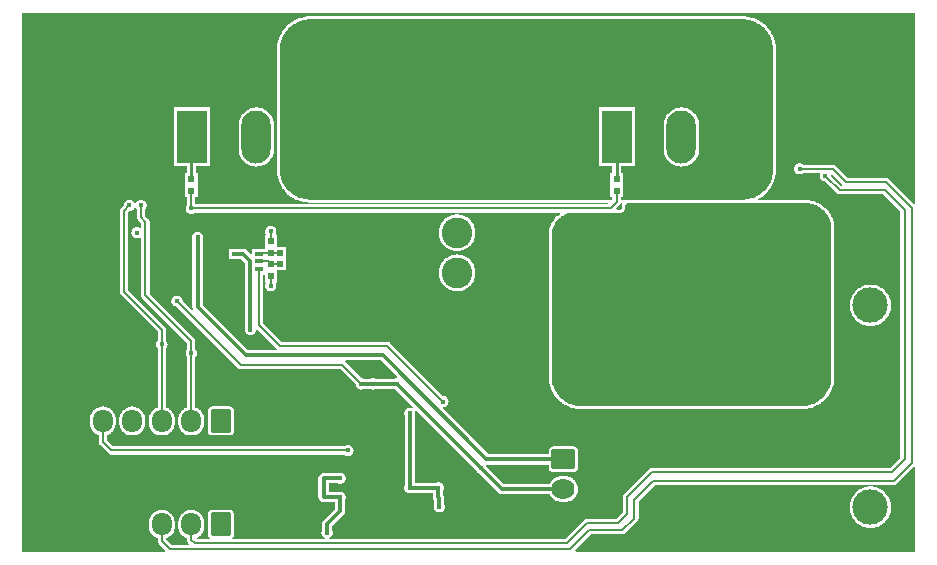
<source format=gbl>
%FSLAX23Y23*%
%MOIN*%
%SFA1B1*%

%IPPOS*%
%AMD66*
4,1,8,0.038400,0.000000,0.038400,0.000000,0.004900,0.033500,-0.004900,0.033500,-0.038400,0.000000,-0.038400,0.000000,-0.004900,-0.033500,0.004900,-0.033500,0.038400,0.000000,0.0*
1,1,0.066940,0.004900,0.000000*
1,1,0.066940,0.004900,0.000000*
1,1,0.066940,-0.004900,0.000000*
1,1,0.066940,-0.004900,0.000000*
%
%AMD67*
4,1,8,0.038400,-0.028400,0.038400,0.028400,0.033400,0.033500,-0.033400,0.033500,-0.038400,0.028400,-0.038400,-0.028400,-0.033400,-0.033500,0.033400,-0.033500,0.038400,-0.028400,0.0*
1,1,0.010040,0.033400,-0.028400*
1,1,0.010040,0.033400,0.028400*
1,1,0.010040,-0.033400,0.028400*
1,1,0.010040,-0.033400,-0.028400*
%
%AMD68*
4,1,8,0.000000,-0.038400,0.000000,-0.038400,0.033500,-0.004900,0.033500,0.004900,0.000000,0.038400,0.000000,0.038400,-0.033500,0.004900,-0.033500,-0.004900,0.000000,-0.038400,0.0*
1,1,0.066940,0.000000,-0.004900*
1,1,0.066940,0.000000,-0.004900*
1,1,0.066940,0.000000,0.004900*
1,1,0.066940,0.000000,0.004900*
%
%AMD69*
4,1,8,-0.028400,-0.038400,0.028400,-0.038400,0.033500,-0.033400,0.033500,0.033400,0.028400,0.038400,-0.028400,0.038400,-0.033500,0.033400,-0.033500,-0.033400,-0.028400,-0.038400,0.0*
1,1,0.010040,-0.028400,-0.033400*
1,1,0.010040,0.028400,-0.033400*
1,1,0.010040,0.028400,0.033400*
1,1,0.010040,-0.028400,0.033400*
%
%AMD72*
4,1,8,0.000000,0.088600,0.000000,0.088600,-0.049200,0.039400,-0.049200,-0.039400,0.000000,-0.088600,0.000000,-0.088600,0.049200,-0.039400,0.049200,0.039400,0.000000,0.088600,0.0*
1,1,0.098420,0.000000,0.039400*
1,1,0.098420,0.000000,0.039400*
1,1,0.098420,0.000000,-0.039400*
1,1,0.098420,0.000000,-0.039400*
%
%AMD74*
4,1,8,0.101400,0.039400,-0.101400,0.039400,-0.121100,0.019700,-0.121100,-0.019700,-0.101400,-0.039400,0.101400,-0.039400,0.121100,-0.019700,0.121100,0.019700,0.101400,0.039400,0.0*
1,1,0.039360,0.101400,0.019700*
1,1,0.039360,-0.101400,0.019700*
1,1,0.039360,-0.101400,-0.019700*
1,1,0.039360,0.101400,-0.019700*
%
%ADD11C,0.007870*%
%ADD21R,0.020470X0.019680*%
%ADD24R,0.022000X0.020000*%
%ADD60C,0.013780*%
%ADD63C,0.015000*%
%ADD65C,0.204720*%
G04~CAMADD=66~8~0.0~0.0~669.3~767.7~334.7~0.0~15~0.0~0.0~0.0~0.0~0~0.0~0.0~0.0~0.0~0~0.0~0.0~0.0~270.0~768.0~670.0*
%ADD66D66*%
G04~CAMADD=67~8~0.0~0.0~669.3~767.7~50.2~0.0~15~0.0~0.0~0.0~0.0~0~0.0~0.0~0.0~0.0~0~0.0~0.0~0.0~270.0~768.0~670.0*
%ADD67D67*%
G04~CAMADD=68~8~0.0~0.0~669.3~767.7~334.7~0.0~15~0.0~0.0~0.0~0.0~0~0.0~0.0~0.0~0.0~0~0.0~0.0~0.0~180.0~670.0~767.0*
%ADD68D68*%
G04~CAMADD=69~8~0.0~0.0~669.3~767.7~50.2~0.0~15~0.0~0.0~0.0~0.0~0~0.0~0.0~0.0~0.0~0~0.0~0.0~0.0~180.0~670.0~768.0*
%ADD69D69*%
%ADD70C,0.102360*%
%ADD71C,0.157480*%
G04~CAMADD=72~8~0.0~0.0~984.3~1771.7~492.1~0.0~15~0.0~0.0~0.0~0.0~0~0.0~0.0~0.0~0.0~0~0.0~0.0~0.0~0.0~984.3~1771.7*
%ADD72D72*%
%ADD73R,0.098430X0.177170*%
G04~CAMADD=74~8~0.0~0.0~2421.3~787.4~196.8~0.0~15~0.0~0.0~0.0~0.0~0~0.0~0.0~0.0~0.0~0~0.0~0.0~0.0~0.0~2421.3~787.4*
%ADD74D74*%
%ADD75C,0.118110*%
%ADD76C,0.017720*%
%ADD77R,0.025590X0.015750*%
%ADD78C,0.009840*%
%LNbenchyeloadpcb-1*%
%LPD*%
G36*
X2936Y1429D02*
X2935Y1424D01*
X2933Y1424*
X2901Y1456*
X2901Y1458*
X2906Y1460*
X2936Y1429*
G37*
G36*
X3180Y1364D02*
X3177Y1362D01*
X3092Y1446*
X3091Y1448*
X3089Y1449*
X3088Y1449*
X3086Y1450*
X3084Y1450*
X3082Y1450*
X2954*
X2915Y1490*
X2914Y1491*
X2912Y1492*
X2910Y1493*
X2909Y1493*
X2907Y1494*
X2905Y1494*
X2807*
X2807Y1494*
X2806Y1495*
X2804Y1496*
X2802Y1497*
X2800Y1498*
X2798Y1498*
X2796Y1499*
X2794*
X2792Y1498*
X2790Y1498*
X2788Y1497*
X2786Y1496*
X2784Y1495*
X2782Y1494*
X2781Y1492*
X2779Y1491*
X2778Y1489*
X2777Y1487*
X2777Y1485*
X2776Y1483*
X2776Y1481*
Y1479*
X2776Y1477*
X2777Y1475*
X2777Y1473*
X2778Y1471*
X2779Y1469*
X2781Y1467*
X2782Y1466*
X2784Y1464*
X2786Y1463*
X2788Y1462*
X2790Y1462*
X2792Y1461*
X2794Y1461*
X2796*
X2798Y1461*
X2800Y1462*
X2802Y1462*
X2804Y1463*
X2806Y1464*
X2807Y1466*
X2807Y1466*
X2861*
X2862Y1465*
X2863Y1462*
X2863Y1461*
X2863Y1459*
X2863Y1457*
Y1455*
X2863Y1453*
X2863Y1451*
X2864Y1449*
X2865Y1447*
X2866Y1445*
X2867Y1444*
X2869Y1442*
X2870Y1441*
X2872Y1440*
X2874Y1439*
X2876Y1438*
X2878Y1438*
X2880Y1437*
X2881*
X2919Y1399*
X2920Y1398*
X2922Y1397*
X2923Y1396*
X2925Y1395*
X2927Y1395*
X2929Y1395*
X3072*
X3131Y1336*
Y517*
X3096Y482*
X2303*
X2301Y482*
X2299Y481*
X2297Y481*
X2296Y480*
X2294Y479*
X2293Y478*
X2210Y395*
X2209Y394*
X2208Y392*
X2207Y391*
X2206Y389*
X2206Y387*
X2206Y385*
Y336*
X2183Y313*
X2086*
X2084Y313*
X2083Y312*
X2081Y312*
X2079Y311*
X2078Y310*
X2076Y309*
X2013Y246*
X1228*
X1227Y250*
X1227Y250*
X1229Y251*
X1231Y252*
X1233Y253*
X1234Y255*
X1235Y256*
X1237Y258*
X1237Y260*
X1238Y262*
X1239Y264*
X1239Y266*
Y268*
X1239Y270*
X1238Y272*
X1237Y274*
X1237Y276*
Y288*
X1275Y326*
X1277Y328*
X1278Y330*
X1279Y332*
X1280Y334*
X1280Y336*
X1280Y338*
Y377*
X1281Y378*
X1281Y380*
X1282Y382*
X1282Y384*
Y386*
X1282Y388*
X1281Y391*
X1281Y393*
X1280Y394*
X1279Y396*
X1277Y398*
X1276Y399*
X1274Y401*
X1272Y402*
X1271Y403*
X1269Y403*
X1266Y404*
X1264Y404*
X1262*
X1260Y404*
X1258Y403*
X1256Y403*
X1255Y402*
X1225*
Y431*
X1255*
X1256Y431*
X1258Y430*
X1260Y430*
X1262Y429*
X1264*
X1266Y430*
X1269Y430*
X1271Y431*
X1272Y432*
X1274Y433*
X1276Y434*
X1277Y436*
X1279Y437*
X1280Y439*
X1281Y441*
X1281Y443*
X1282Y445*
X1282Y447*
Y449*
X1282Y451*
X1281Y454*
X1281Y456*
X1280Y457*
X1279Y459*
X1277Y461*
X1276Y462*
X1274Y464*
X1272Y465*
X1271Y466*
X1269Y466*
X1266Y467*
X1264Y467*
X1262*
X1260Y467*
X1258Y466*
X1256Y466*
X1255Y465*
X1208*
X1206Y465*
X1204Y465*
X1202Y464*
X1200Y463*
X1198Y462*
X1196Y460*
X1195Y459*
X1194Y457*
X1193Y455*
X1192Y453*
X1191Y451*
X1191Y448*
Y385*
X1191Y383*
X1192Y381*
X1193Y379*
X1194Y377*
X1195Y375*
X1196Y373*
X1198Y372*
X1200Y371*
X1202Y370*
X1204Y369*
X1206Y369*
X1208Y368*
X1246*
Y345*
X1208Y307*
X1207Y305*
X1205Y303*
X1204Y301*
X1204Y299*
X1203Y297*
X1203Y295*
Y276*
X1203Y274*
X1202Y272*
X1201Y270*
X1201Y268*
Y266*
X1201Y264*
X1202Y262*
X1203Y260*
X1203Y258*
X1205Y256*
X1206Y255*
X1207Y253*
X1209Y252*
X1211Y251*
X1213Y250*
X1213Y250*
X1212Y246*
X905*
X904Y249*
X904Y250*
X905Y251*
X906Y252*
X907Y254*
X908Y256*
X909Y258*
X909Y259*
X909Y261*
Y328*
X909Y330*
X909Y332*
X908Y334*
X907Y336*
X906Y337*
X905Y339*
X903Y340*
X902Y341*
X900Y342*
X898Y343*
X896Y343*
X894Y343*
X837*
X835Y343*
X833Y343*
X831Y342*
X830Y341*
X828Y340*
X827Y339*
X825Y337*
X824Y336*
X823Y334*
X823Y332*
X822Y330*
X822Y328*
Y261*
X822Y259*
X823Y258*
X823Y256*
X824Y254*
X825Y252*
X827Y251*
X828Y250*
X828Y249*
X827Y246*
X789*
X788Y247*
X787Y248*
X789Y252*
X790Y253*
X793Y255*
X795Y257*
X798Y259*
X800Y262*
X802Y264*
X804Y267*
X806Y270*
X807Y273*
X809Y276*
X810Y280*
X810Y283*
X811Y286*
X811Y290*
Y300*
X811Y303*
X810Y307*
X810Y310*
X809Y313*
X807Y316*
X806Y319*
X804Y322*
X802Y325*
X800Y328*
X798Y330*
X795Y333*
X793Y335*
X790Y337*
X787Y338*
X784Y340*
X781Y341*
X777Y342*
X774Y343*
X771Y343*
X767Y343*
X764Y343*
X760Y343*
X757Y342*
X754Y341*
X751Y340*
X747Y338*
X744Y337*
X742Y335*
X739Y333*
X736Y330*
X734Y328*
X732Y325*
X730Y322*
X728Y319*
X727Y316*
X726Y313*
X725Y310*
X724Y307*
X724Y303*
X724Y300*
Y290*
X724Y286*
X724Y283*
X725Y280*
X726Y276*
X727Y273*
X728Y270*
X730Y267*
X732Y264*
X734Y262*
X736Y259*
X739Y257*
X742Y255*
X744Y253*
X747Y251*
X751Y250*
X753Y249*
Y244*
X753Y242*
X754Y240*
X754Y238*
X755Y237*
X756Y235*
X757Y234*
X761Y230*
X760Y226*
X702*
X683Y245*
X684Y249*
X685Y250*
X689Y251*
X692Y253*
X694Y255*
X697Y257*
X700Y259*
X702Y262*
X704Y264*
X706Y267*
X708Y270*
X709Y273*
X710Y276*
X711Y280*
X712Y283*
X712Y286*
X712Y290*
Y300*
X712Y303*
X712Y307*
X711Y310*
X710Y313*
X709Y316*
X708Y319*
X706Y322*
X704Y325*
X702Y328*
X700Y330*
X697Y333*
X694Y335*
X692Y337*
X689Y338*
X685Y340*
X682Y341*
X679Y342*
X676Y343*
X672Y343*
X669Y343*
X665Y343*
X662Y343*
X659Y342*
X655Y341*
X652Y340*
X649Y338*
X646Y337*
X643Y335*
X641Y333*
X638Y330*
X636Y328*
X634Y325*
X632Y322*
X630Y319*
X629Y316*
X627Y313*
X627Y310*
X626Y307*
X625Y303*
X625Y300*
Y290*
X625Y286*
X626Y283*
X627Y280*
X627Y276*
X629Y273*
X630Y270*
X632Y267*
X634Y264*
X636Y262*
X638Y259*
X641Y257*
X643Y255*
X646Y253*
X649Y251*
X652Y250*
X655Y249*
Y240*
X655Y238*
X655Y236*
X656Y234*
X657Y233*
X658Y231*
X659Y230*
X681Y208*
X679Y204*
X204*
Y1999*
X3180*
Y1364*
G37*
G36*
Y486D02*
Y204D01*
X2048*
X2047Y208*
X2100Y261*
X2204*
X2206Y261*
X2208Y262*
X2210Y262*
X2211Y263*
X2213Y264*
X2214Y265*
X2253Y305*
X2255Y306*
X2256Y307*
X2257Y309*
X2257Y311*
X2257Y313*
X2258Y314*
Y372*
X2312Y426*
X3110*
X3112Y427*
X3113Y427*
X3115Y428*
X3117Y428*
X3118Y429*
X3120Y431*
X3177Y487*
X3180Y486*
G37*
%LNbenchyeloadpcb-2*%
%LPC*%
G36*
X2609Y1988D02*
X1160D01*
X1159Y1988*
X1159*
X1154Y1988*
X1153Y1988*
X1153Y1988*
X1147Y1987*
X1147Y1987*
X1147Y1987*
X1141Y1986*
X1141Y1986*
X1141Y1986*
X1135Y1984*
X1135Y1984*
X1135Y1984*
X1129Y1983*
X1129Y1983*
X1129Y1983*
X1124Y1981*
X1123Y1981*
X1123Y1981*
X1118Y1978*
X1118Y1978*
X1117Y1978*
X1112Y1976*
X1112Y1976*
X1112Y1976*
X1107Y1973*
X1107Y1973*
X1106Y1973*
X1102Y1970*
X1101Y1969*
X1101Y1969*
X1097Y1966*
X1096Y1966*
X1096Y1966*
X1092Y1962*
X1091Y1962*
X1091Y1962*
X1087Y1958*
X1087Y1958*
X1087Y1958*
X1083Y1954*
X1083Y1953*
X1082Y1953*
X1079Y1949*
X1078Y1949*
X1078Y1949*
X1075Y1944*
X1075Y1944*
X1074Y1944*
X1071Y1939*
X1071Y1939*
X1071Y1939*
X1068Y1934*
X1068Y1934*
X1068Y1934*
X1065Y1929*
X1065Y1928*
X1065Y1928*
X1062Y1923*
X1062Y1923*
X1062Y1923*
X1060Y1917*
X1060Y1917*
X1060Y1917*
X1058Y1912*
X1058Y1911*
X1058Y1911*
X1056Y1906*
X1056Y1905*
X1056Y1905*
X1055Y1900*
X1055Y1899*
X1054Y1899*
X1054Y1894*
X1054Y1893*
X1053Y1893*
X1053Y1887*
X1053Y1887*
X1053Y1887*
X1052Y1881*
Y1881*
X1052Y1881*
Y1878*
Y1477*
Y1475*
X1052Y1474*
Y1474*
X1053Y1468*
X1053Y1468*
X1053Y1468*
X1053Y1462*
X1054Y1462*
X1054Y1462*
X1054Y1456*
X1055Y1456*
X1055Y1456*
X1056Y1450*
X1056Y1450*
X1056Y1450*
X1058Y1444*
X1058Y1444*
X1058Y1444*
X1060Y1438*
X1060Y1438*
X1060Y1438*
X1062Y1433*
X1062Y1433*
X1062Y1432*
X1065Y1427*
X1065Y1427*
X1065Y1427*
X1068Y1422*
X1068Y1422*
X1068Y1421*
X1071Y1417*
X1071Y1416*
X1071Y1416*
X1074Y1411*
X1075Y1411*
X1075Y1411*
X1078Y1407*
X1078Y1406*
X1079Y1406*
X1082Y1402*
X1083Y1402*
X1083Y1402*
X1087Y1398*
X1087Y1397*
X1087Y1397*
X1091Y1394*
X1091Y1393*
X1092Y1393*
X1096Y1390*
X1096Y1390*
X1097Y1389*
X1101Y1386*
X1101Y1386*
X1102Y1386*
X1106Y1383*
X1107Y1383*
X1107Y1383*
X1112Y1380*
X1112Y1380*
X1112Y1380*
X1117Y1377*
X1118Y1377*
X1118Y1377*
X1123Y1375*
X1123Y1375*
X1124Y1375*
X1129Y1373*
X1129Y1373*
X1129Y1373*
X1135Y1371*
X1135Y1371*
X1135Y1371*
X1141Y1370*
X1141Y1370*
X1141Y1369*
X1147Y1369*
X1147Y1368*
X1147Y1368*
X1153Y1368*
X1153Y1368*
X1154Y1368*
X1159Y1367*
X1159*
X1160Y1367*
X2157*
X2159Y1363*
X2158Y1362*
X781*
Y1387*
X788*
Y1427*
Y1467*
X782*
Y1488*
X828*
Y1685*
X710*
Y1488*
X752*
Y1467*
X746*
Y1427*
Y1387*
X753*
Y1361*
X753Y1361*
X752Y1359*
X751Y1357*
X750Y1355*
X749Y1353*
X749Y1351*
X748Y1349*
Y1347*
X749Y1345*
X749Y1343*
X750Y1341*
X751Y1339*
X752Y1337*
X753Y1335*
X755Y1334*
X756Y1333*
X758Y1331*
X760Y1330*
X762Y1330*
X764Y1329*
X766Y1329*
X768*
X770Y1329*
X772Y1330*
X774Y1330*
X776Y1331*
X778Y1333*
X780Y1334*
X780Y1334*
X1995*
X1996Y1330*
X1996Y1330*
X1995Y1330*
X1992Y1327*
X1992Y1327*
X1992Y1327*
X1988Y1324*
X1988Y1324*
X1988Y1324*
X1985Y1321*
X1985Y1321*
X1984Y1321*
X1981Y1318*
X1981Y1318*
X1981Y1317*
X1978Y1314*
X1978Y1314*
X1978Y1314*
X1975Y1311*
X1975Y1310*
X1975Y1310*
X1972Y1307*
X1972Y1306*
X1972Y1306*
X1970Y1303*
X1970Y1302*
X1970Y1302*
X1968Y1299*
X1967Y1298*
X1967Y1298*
X1965Y1294*
X1965Y1294*
X1965Y1294*
X1964Y1290*
X1964Y1290*
X1963Y1289*
X1962Y1285*
X1962Y1285*
X1962Y1285*
X1961Y1281*
X1961Y1281*
X1961Y1280*
X1960Y1276*
X1960Y1276*
X1960Y1276*
X1959Y1271*
X1959Y1271*
X1959Y1271*
X1958Y1267*
X1958Y1266*
X1958Y1266*
X1958Y1262*
X1958Y1262*
X1958Y1261*
Y1259*
Y788*
Y786*
X1958Y785*
X1958Y785*
X1958Y780*
X1958Y779*
X1958Y779*
X1959Y773*
X1959Y773*
X1959Y773*
X1960Y767*
X1960Y767*
X1960Y767*
X1961Y761*
X1961Y761*
X1962Y761*
X1963Y755*
X1963Y755*
X1963Y755*
X1965Y749*
X1965Y749*
X1965Y749*
X1967Y744*
X1968Y744*
X1968Y743*
X1970Y738*
X1970Y738*
X1970Y738*
X1973Y733*
X1973Y733*
X1973Y732*
X1976Y728*
X1977Y727*
X1977Y727*
X1980Y723*
X1980Y722*
X1980Y722*
X1984Y718*
X1984Y717*
X1984Y717*
X1988Y713*
X1988Y713*
X1988Y713*
X1992Y709*
X1992Y709*
X1993Y708*
X1997Y705*
X1997Y704*
X1997Y704*
X2002Y701*
X2002Y701*
X2002Y700*
X2007Y697*
X2007Y697*
X2007Y697*
X2012Y694*
X2012Y694*
X2012Y694*
X2017Y691*
X2017Y691*
X2018Y691*
X2023Y688*
X2023Y688*
X2023Y688*
X2028Y686*
X2029Y686*
X2029Y686*
X2034Y684*
X2035Y684*
X2035Y684*
X2040Y682*
X2041Y682*
X2041Y682*
X2046Y681*
X2047Y681*
X2047Y680*
X2052Y680*
X2053Y680*
X2053Y679*
X2058Y679*
X2059Y679*
X2059Y679*
X2065Y678*
X2065Y678*
X2065Y678*
X2068*
X2801*
X2804*
X2804Y678*
X2804Y678*
X2810Y679*
X2810Y679*
X2811Y679*
X2816Y679*
X2816Y680*
X2817Y680*
X2822Y680*
X2823Y681*
X2823Y681*
X2828Y682*
X2829Y682*
X2829Y682*
X2834Y684*
X2835Y684*
X2835Y684*
X2840Y686*
X2840Y686*
X2841Y686*
X2846Y688*
X2846Y688*
X2846Y688*
X2851Y691*
X2852Y691*
X2852Y691*
X2857Y694*
X2857Y694*
X2857Y694*
X2862Y697*
X2862Y697*
X2862Y697*
X2867Y700*
X2867Y701*
X2867Y701*
X2872Y704*
X2872Y704*
X2872Y705*
X2876Y708*
X2877Y709*
X2877Y709*
X2881Y713*
X2881Y713*
X2881Y713*
X2885Y717*
X2885Y717*
X2885Y718*
X2889Y722*
X2889Y722*
X2889Y723*
X2892Y727*
X2893Y727*
X2893Y728*
X2896Y732*
X2896Y733*
X2896Y733*
X2899Y738*
X2899Y738*
X2899Y738*
X2901Y743*
X2902Y744*
X2902Y744*
X2904Y749*
X2904Y749*
X2904Y749*
X2906Y755*
X2906Y755*
X2906Y755*
X2908Y761*
X2908Y761*
X2908Y761*
X2909Y767*
X2909Y767*
X2909Y767*
X2910Y773*
X2910Y773*
X2910Y773*
X2911Y779*
X2911Y779*
X2911Y780*
X2911Y785*
X2911Y785*
X2911Y786*
Y788*
Y1277*
X2911Y1278*
Y1278*
X2911Y1280*
Y1281*
Y1283*
X2911Y1283*
Y1283*
X2911Y1288*
X2911Y1288*
X2911Y1289*
X2910Y1293*
X2910Y1294*
X2910Y1294*
X2909Y1299*
X2909Y1299*
X2909Y1299*
X2908Y1304*
X2908Y1304*
X2908Y1304*
X2907Y1309*
X2907Y1309*
X2907Y1310*
X2905Y1314*
X2905Y1314*
X2905Y1315*
X2903Y1319*
X2903Y1319*
X2903Y1319*
X2901Y1324*
X2900Y1324*
X2900Y1324*
X2898Y1329*
X2898Y1329*
X2898Y1329*
X2895Y1333*
X2895Y1333*
X2895Y1334*
X2892Y1337*
X2892Y1338*
X2892Y1338*
X2889Y1342*
X2889Y1342*
X2888Y1342*
X2885Y1346*
X2885Y1346*
X2885Y1346*
X2881Y1349*
X2881Y1350*
X2881Y1350*
X2877Y1353*
X2877Y1353*
X2877Y1353*
X2873Y1356*
X2873Y1357*
X2873Y1357*
X2869Y1359*
X2869Y1360*
X2868Y1360*
X2864Y1362*
X2864Y1362*
X2864Y1363*
X2860Y1365*
X2859Y1365*
X2859Y1365*
X2855Y1367*
X2855Y1367*
X2854Y1367*
X2850Y1369*
X2850Y1369*
X2849Y1370*
X2845Y1371*
X2845Y1371*
X2844Y1371*
X2840Y1373*
X2840Y1373*
X2839Y1373*
X2835Y1374*
X2834Y1374*
X2834Y1374*
X2829Y1375*
X2829Y1375*
X2829Y1375*
X2824Y1375*
X2824Y1375*
X2823Y1375*
X2819Y1376*
X2818Y1376*
X2818Y1376*
X2816*
X2658*
X2656Y1380*
X2657Y1380*
X2657Y1380*
X2662Y1383*
X2662Y1383*
X2662Y1383*
X2667Y1386*
X2667Y1386*
X2668Y1386*
X2672Y1389*
X2672Y1390*
X2673Y1390*
X2677Y1393*
X2677Y1393*
X2677Y1394*
X2682Y1397*
X2682Y1397*
X2682Y1398*
X2686Y1402*
X2686Y1402*
X2686Y1402*
X2690Y1406*
X2690Y1406*
X2690Y1407*
X2694Y1411*
X2694Y1411*
X2694Y1411*
X2698Y1416*
X2698Y1416*
X2698Y1417*
X2701Y1421*
X2701Y1422*
X2701Y1422*
X2704Y1427*
X2704Y1427*
X2704Y1427*
X2707Y1432*
X2707Y1433*
X2707Y1433*
X2709Y1438*
X2709Y1438*
X2709Y1438*
X2711Y1444*
X2711Y1444*
X2711Y1444*
X2713Y1450*
X2713Y1450*
X2713Y1450*
X2714Y1456*
X2714Y1456*
X2714Y1456*
X2715Y1462*
X2715Y1462*
X2715Y1462*
X2716Y1468*
X2716Y1468*
X2716Y1468*
X2716Y1474*
X2716Y1474*
X2716Y1475*
Y1477*
Y1878*
Y1881*
X2716Y1881*
X2716Y1881*
X2716Y1887*
X2716Y1887*
X2716Y1887*
X2715Y1893*
X2715Y1893*
X2715Y1894*
X2714Y1899*
X2714Y1899*
X2714Y1900*
X2713Y1905*
X2713Y1905*
X2713Y1906*
X2711Y1911*
X2711Y1911*
X2711Y1912*
X2709Y1917*
X2709Y1917*
X2709Y1917*
X2707Y1923*
X2707Y1923*
X2707Y1923*
X2704Y1928*
X2704Y1928*
X2704Y1929*
X2701Y1934*
X2701Y1934*
X2701Y1934*
X2698Y1939*
X2698Y1939*
X2698Y1939*
X2694Y1944*
X2694Y1944*
X2694Y1944*
X2690Y1949*
X2690Y1949*
X2690Y1949*
X2686Y1953*
X2686Y1953*
X2686Y1954*
X2682Y1958*
X2682Y1958*
X2682Y1958*
X2677Y1962*
X2677Y1962*
X2677Y1962*
X2673Y1966*
X2672Y1966*
X2672Y1966*
X2668Y1969*
X2667Y1969*
X2667Y1970*
X2662Y1973*
X2662Y1973*
X2662Y1973*
X2657Y1976*
X2657Y1976*
X2656Y1976*
X2651Y1978*
X2651Y1978*
X2651Y1978*
X2646Y1981*
X2645Y1981*
X2645Y1981*
X2640Y1983*
X2640Y1983*
X2639Y1983*
X2634Y1984*
X2634Y1984*
X2633Y1984*
X2628Y1986*
X2628Y1986*
X2627Y1986*
X2622Y1987*
X2622Y1987*
X2621Y1987*
X2616Y1988*
X2615Y1988*
X2615Y1988*
X2610Y1988*
X2609*
X2609Y1988*
G37*
G36*
X984Y1685D02*
X980Y1685D01*
X975Y1684*
X971Y1683*
X967Y1682*
X963Y1681*
X959Y1679*
X955Y1677*
X952Y1675*
X948Y1673*
X945Y1670*
X942Y1667*
X939Y1664*
X936Y1661*
X934Y1658*
X932Y1654*
X930Y1650*
X928Y1646*
X927Y1642*
X926Y1638*
X925Y1634*
X925Y1630*
X925Y1625*
Y1547*
X925Y1543*
X925Y1538*
X926Y1534*
X927Y1530*
X928Y1526*
X930Y1522*
X932Y1518*
X934Y1515*
X936Y1511*
X939Y1508*
X942Y1505*
X945Y1502*
X948Y1499*
X952Y1497*
X955Y1495*
X959Y1493*
X963Y1491*
X967Y1490*
X971Y1489*
X975Y1488*
X980Y1488*
X984Y1487*
X988Y1488*
X992Y1488*
X996Y1489*
X1000Y1490*
X1004Y1491*
X1008Y1493*
X1012Y1495*
X1016Y1497*
X1019Y1499*
X1023Y1502*
X1026Y1505*
X1029Y1508*
X1031Y1511*
X1034Y1515*
X1036Y1518*
X1038Y1522*
X1039Y1526*
X1041Y1530*
X1042Y1534*
X1042Y1538*
X1043Y1543*
X1043Y1547*
Y1625*
X1043Y1630*
X1042Y1634*
X1042Y1638*
X1041Y1642*
X1039Y1646*
X1038Y1650*
X1036Y1654*
X1034Y1658*
X1031Y1661*
X1029Y1664*
X1026Y1667*
X1023Y1670*
X1019Y1673*
X1016Y1675*
X1012Y1677*
X1008Y1679*
X1004Y1681*
X1000Y1682*
X996Y1683*
X992Y1684*
X988Y1685*
X984Y1685*
G37*
G36*
X601Y1377D02*
X599D01*
X597Y1376*
X595Y1376*
X593Y1375*
X591Y1374*
X589Y1373*
X587Y1372*
X586Y1370*
X584Y1369*
X583Y1367*
X582Y1365*
X582Y1365*
X578*
X578Y1365*
X577Y1367*
X576Y1369*
X575Y1370*
X573Y1372*
X571Y1373*
X570Y1374*
X568Y1375*
X566Y1376*
X564Y1376*
X562Y1377*
X559*
X557Y1376*
X555Y1376*
X553Y1375*
X551Y1374*
X550Y1373*
X548Y1372*
X546Y1370*
X545Y1369*
X544Y1367*
X543Y1365*
X542Y1363*
X542Y1361*
X542Y1359*
Y1359*
X533Y1350*
X532Y1349*
X531Y1347*
X530Y1345*
X529Y1344*
X529Y1342*
X529Y1340*
Y1070*
X529Y1069*
X529Y1067*
X530Y1065*
X531Y1063*
X532Y1062*
X533Y1060*
X655Y939*
Y908*
X655Y908*
X653Y906*
X652Y904*
X651Y902*
X651Y900*
X650Y898*
X650Y896*
Y894*
X650Y892*
X651Y890*
X651Y888*
X652Y886*
X653Y884*
X655Y883*
X655Y882*
Y685*
X652Y684*
X649Y683*
X646Y681*
X643Y679*
X641Y677*
X638Y675*
X636Y672*
X634Y670*
X632Y667*
X630Y664*
X629Y661*
X627Y658*
X627Y654*
X626Y651*
X625Y648*
X625Y644*
Y634*
X625Y631*
X626Y628*
X627Y624*
X627Y621*
X629Y618*
X630Y615*
X632Y612*
X634Y609*
X636Y606*
X638Y604*
X641Y601*
X643Y599*
X646Y597*
X649Y596*
X652Y594*
X655Y593*
X659Y592*
X662Y591*
X665Y591*
X669Y591*
X672Y591*
X676Y591*
X679Y592*
X682Y593*
X685Y594*
X689Y596*
X692Y597*
X694Y599*
X697Y601*
X700Y604*
X702Y606*
X704Y609*
X706Y612*
X708Y615*
X709Y618*
X710Y621*
X711Y624*
X712Y628*
X712Y631*
X712Y634*
Y644*
X712Y648*
X712Y651*
X711Y654*
X710Y658*
X709Y661*
X708Y664*
X706Y667*
X704Y670*
X702Y672*
X700Y675*
X697Y677*
X694Y679*
X692Y681*
X689Y683*
X685Y684*
X683Y685*
Y882*
X683Y883*
X684Y884*
X685Y886*
X686Y888*
X687Y890*
X687Y892*
X688Y894*
Y896*
X687Y898*
X687Y900*
X686Y902*
X685Y904*
X684Y906*
X683Y908*
X683Y908*
Y944*
X683Y946*
X682Y948*
X682Y950*
X681Y951*
X680Y953*
X679Y954*
X557Y1076*
Y1334*
X561Y1339*
X562*
X564Y1339*
X566Y1340*
X568Y1340*
X570Y1341*
X571Y1342*
X573Y1344*
X575Y1345*
X576Y1347*
X577Y1349*
X578Y1351*
X578Y1351*
X582*
X582Y1351*
X583Y1349*
X584Y1347*
X586Y1345*
X586Y1345*
Y1318*
X586Y1316*
X586Y1315*
X587Y1313*
X588Y1311*
X589Y1310*
X590Y1308*
X600Y1299*
Y1286*
X599Y1285*
X596Y1283*
X595Y1284*
X593Y1285*
X591Y1285*
X589Y1286*
X587Y1286*
X585*
X583Y1286*
X581Y1285*
X579Y1285*
X577Y1284*
X575Y1283*
X574Y1281*
X572Y1280*
X571Y1278*
X570Y1276*
X569Y1274*
X568Y1272*
X567Y1270*
X567Y1268*
Y1266*
X567Y1264*
X568Y1262*
X569Y1260*
X570Y1258*
X571Y1256*
X572Y1255*
X574Y1253*
X575Y1252*
X577Y1251*
X579Y1250*
X581Y1249*
X583Y1249*
X585Y1248*
X587*
X589Y1249*
X591Y1249*
X593Y1250*
X595Y1251*
X596Y1251*
X599Y1250*
X600Y1249*
Y1059*
X600Y1057*
X600Y1055*
X601Y1053*
X602Y1052*
X603Y1050*
X604Y1049*
X753Y899*
Y878*
X753Y878*
X752Y877*
X751Y875*
X750Y873*
X749Y871*
X749Y869*
X748Y867*
Y865*
X749Y862*
X749Y860*
X750Y858*
X751Y857*
X752Y855*
X753Y853*
X753Y853*
Y685*
X751Y684*
X747Y683*
X744Y681*
X742Y679*
X739Y677*
X736Y675*
X734Y672*
X732Y670*
X730Y667*
X728Y664*
X727Y661*
X726Y658*
X725Y654*
X724Y651*
X724Y648*
X724Y644*
Y634*
X724Y631*
X724Y628*
X725Y624*
X726Y621*
X727Y618*
X728Y615*
X730Y612*
X732Y609*
X734Y606*
X736Y604*
X739Y601*
X742Y599*
X744Y597*
X747Y596*
X751Y594*
X754Y593*
X757Y592*
X760Y591*
X764Y591*
X767Y591*
X771Y591*
X774Y591*
X777Y592*
X781Y593*
X784Y594*
X787Y596*
X790Y597*
X793Y599*
X795Y601*
X798Y604*
X800Y606*
X802Y609*
X804Y612*
X806Y615*
X807Y618*
X809Y621*
X810Y624*
X810Y628*
X811Y631*
X811Y634*
Y644*
X811Y648*
X810Y651*
X810Y654*
X809Y658*
X807Y661*
X806Y664*
X804Y667*
X802Y670*
X800Y672*
X798Y675*
X795Y677*
X793Y679*
X790Y681*
X787Y683*
X784Y684*
X781Y685*
Y853*
X781Y853*
X783Y855*
X784Y857*
X785Y858*
X785Y860*
X786Y862*
X786Y865*
Y867*
X786Y869*
X785Y871*
X785Y873*
X784Y875*
X783Y877*
X781Y878*
X781Y878*
Y905*
X781Y907*
X781Y909*
X780Y910*
X779Y912*
X778Y914*
X777Y915*
X628Y1064*
Y1304*
X628Y1306*
X627Y1308*
X627Y1310*
X626Y1311*
X625Y1313*
X624Y1314*
X614Y1324*
Y1345*
X614Y1345*
X615Y1347*
X616Y1349*
X617Y1351*
X618Y1353*
X619Y1355*
X619Y1357*
Y1359*
X619Y1361*
X618Y1363*
X617Y1365*
X616Y1367*
X615Y1369*
X614Y1370*
X612Y1372*
X611Y1373*
X609Y1374*
X607Y1375*
X605Y1376*
X603Y1376*
X601Y1377*
G37*
G36*
X1655Y1328D02*
X1651D01*
X1647Y1328*
X1642Y1327*
X1638Y1327*
X1634Y1325*
X1630Y1324*
X1626Y1322*
X1622Y1320*
X1618Y1318*
X1615Y1315*
X1611Y1312*
X1608Y1309*
X1605Y1306*
X1603Y1302*
X1600Y1298*
X1598Y1295*
X1596Y1291*
X1595Y1287*
X1594Y1282*
X1593Y1278*
X1592Y1274*
X1592Y1269*
Y1265*
X1592Y1261*
X1593Y1256*
X1594Y1252*
X1595Y1248*
X1596Y1244*
X1598Y1240*
X1600Y1236*
X1603Y1232*
X1605Y1229*
X1608Y1226*
X1611Y1222*
X1615Y1220*
X1618Y1217*
X1622Y1215*
X1626Y1212*
X1630Y1211*
X1634Y1209*
X1638Y1208*
X1642Y1207*
X1647Y1206*
X1651Y1206*
X1655*
X1660Y1206*
X1664Y1207*
X1668Y1208*
X1672Y1209*
X1676Y1211*
X1680Y1212*
X1684Y1215*
X1688Y1217*
X1691Y1220*
X1695Y1222*
X1698Y1226*
X1701Y1229*
X1703Y1232*
X1706Y1236*
X1708Y1240*
X1710Y1244*
X1711Y1248*
X1712Y1252*
X1713Y1256*
X1714Y1261*
X1714Y1265*
Y1269*
X1714Y1274*
X1713Y1278*
X1712Y1282*
X1711Y1287*
X1710Y1291*
X1708Y1295*
X1706Y1298*
X1703Y1302*
X1701Y1306*
X1698Y1309*
X1695Y1312*
X1691Y1315*
X1688Y1318*
X1684Y1320*
X1680Y1322*
X1676Y1324*
X1672Y1325*
X1668Y1327*
X1664Y1327*
X1660Y1328*
X1655Y1328*
G37*
G36*
X1033Y1290D02*
X1031D01*
X1029Y1290*
X1027Y1289*
X1025Y1289*
X1023Y1288*
X1021Y1287*
X1020Y1285*
X1018Y1284*
X1017Y1282*
X1016Y1280*
X1015Y1278*
X1014Y1276*
X1014Y1274*
X1013Y1272*
Y1270*
X1014Y1268*
X1014Y1266*
X1015Y1264*
X1015Y1264*
X1013Y1260*
X1012Y1260*
X1012*
Y1214*
X969*
Y1197*
X965Y1196*
X952Y1208*
X951Y1210*
X949Y1211*
X947Y1212*
X945Y1213*
X943Y1213*
X940Y1213*
X940*
Y1214*
X894*
Y1178*
X934*
X947Y1166*
Y953*
X947Y952*
X946Y950*
X945Y948*
X945Y945*
Y943*
X945Y941*
X946Y939*
X947Y937*
X948Y935*
X949Y933*
X950Y932*
X951Y930*
X953Y929*
X955Y928*
X957Y927*
X959Y926*
X961Y926*
X963Y926*
X965*
X967Y926*
X969Y926*
X971Y927*
X973Y928*
X975Y929*
X977Y930*
X978Y932*
X979Y933*
X981Y935*
X982Y937*
X982Y939*
X983Y941*
X983Y943*
Y944*
X987Y945*
X1053Y879*
X1053Y879*
X1053Y877*
X1052Y875*
X955*
X805Y1025*
Y1242*
X806Y1243*
X806Y1245*
X807Y1248*
X807Y1250*
Y1252*
X807Y1254*
X806Y1256*
X806Y1258*
X805Y1260*
X804Y1262*
X802Y1263*
X801Y1265*
X799Y1266*
X797Y1267*
X796Y1268*
X794Y1269*
X791Y1269*
X789Y1270*
X787*
X785Y1269*
X783Y1269*
X781Y1268*
X779Y1267*
X777Y1266*
X776Y1265*
X774Y1263*
X773Y1262*
X772Y1260*
X771Y1258*
X770Y1256*
X770Y1254*
X769Y1252*
Y1250*
X770Y1248*
X770Y1245*
X771Y1243*
X771Y1242*
Y1018*
X772Y1016*
X772Y1013*
X773Y1011*
X769Y1009*
X739Y1040*
Y1040*
X739Y1042*
X738Y1044*
X737Y1046*
X737Y1048*
X735Y1050*
X734Y1051*
X733Y1053*
X731Y1054*
X729Y1055*
X727Y1056*
X725Y1057*
X723Y1057*
X721Y1058*
X719*
X717Y1057*
X715Y1057*
X713Y1056*
X711Y1055*
X709Y1054*
X707Y1053*
X706Y1051*
X705Y1050*
X703Y1048*
X703Y1046*
X702Y1044*
X701Y1042*
X701Y1040*
Y1038*
X701Y1036*
X702Y1034*
X703Y1032*
X703Y1030*
X705Y1028*
X706Y1026*
X707Y1025*
X709Y1023*
X711Y1022*
X713Y1021*
X715Y1021*
X717Y1020*
X719Y1020*
X719*
X923Y816*
X924Y815*
X926Y814*
X927Y813*
X929Y813*
X931Y812*
X933Y812*
X1265*
X1315Y762*
Y762*
X1316Y760*
X1316Y758*
X1317Y756*
X1318Y754*
X1319Y752*
X1320Y751*
X1322Y749*
X1323Y748*
X1325Y747*
X1327Y746*
X1329Y745*
X1331Y745*
X1333Y744*
X1335*
X1337Y745*
X1339Y745*
X1341Y746*
X1342Y746*
X1365*
X1366Y746*
X1368Y745*
X1370Y745*
X1372Y744*
X1375*
X1377Y745*
X1379Y745*
X1381Y746*
X1382Y746*
X1444*
X1445Y746*
X1446Y745*
X1507Y685*
X1505Y681*
X1503Y682*
X1501Y683*
X1499Y683*
X1497Y684*
X1495*
X1492Y683*
X1490Y683*
X1488Y682*
X1486Y681*
X1485Y680*
X1483Y679*
X1481Y677*
X1480Y676*
X1479Y674*
X1478Y672*
X1477Y670*
X1477Y668*
X1477Y666*
Y664*
X1477Y662*
X1477Y660*
X1478Y658*
X1479Y657*
Y425*
X1478Y424*
X1477Y422*
X1477Y420*
X1477Y418*
Y416*
X1477Y414*
X1477Y412*
X1478Y410*
X1479Y408*
X1480Y406*
X1481Y404*
X1483Y403*
X1485Y401*
X1486Y400*
X1488Y399*
X1490Y399*
X1492Y398*
X1495Y398*
X1497*
X1499Y398*
X1501Y399*
X1503Y399*
X1504Y400*
X1573*
Y385*
X1573Y383*
X1574Y381*
X1574Y379*
X1575Y377*
X1577Y375*
X1577Y375*
Y362*
X1577Y361*
X1576Y359*
X1575Y357*
X1575Y355*
Y353*
X1575Y351*
X1576Y349*
X1577Y347*
X1577Y345*
X1579Y343*
X1580Y341*
X1581Y340*
X1583Y338*
X1585Y337*
X1587Y336*
X1589Y336*
X1591Y335*
X1593Y335*
X1595*
X1597Y335*
X1599Y336*
X1601Y336*
X1603Y337*
X1605Y338*
X1607Y340*
X1608Y341*
X1609Y343*
X1611Y345*
X1611Y347*
X1612Y349*
X1613Y351*
X1613Y353*
Y355*
X1613Y357*
X1612Y359*
X1611Y361*
X1611Y362*
Y381*
X1611Y384*
X1610Y386*
X1610Y388*
X1609Y390*
X1607Y392*
X1607Y392*
Y409*
X1608Y410*
X1608Y412*
X1609Y414*
X1609Y416*
Y418*
X1609Y420*
X1608Y422*
X1608Y424*
X1607Y426*
X1605Y428*
X1604Y429*
X1603Y431*
X1601Y432*
X1599Y433*
X1597Y434*
X1595Y435*
X1593Y435*
X1591Y436*
X1589*
X1587Y435*
X1585Y435*
X1583Y434*
X1582Y434*
X1512*
Y657*
X1513Y658*
X1514Y660*
X1514Y662*
X1514Y664*
Y666*
X1514Y668*
X1514Y670*
X1513Y672*
X1512Y674*
X1515Y676*
X1714Y478*
X1714Y477*
X1715Y475*
X1716Y473*
X1718Y471*
X1719Y470*
X1721Y468*
X1723Y467*
X1725Y466*
X1726Y466*
X1791Y401*
X1792Y399*
X1794Y398*
X1796Y397*
X1798Y397*
X1800Y396*
X1803Y396*
X1962*
X1964Y393*
X1965Y390*
X1967Y387*
X1969Y385*
X1972Y382*
X1974Y380*
X1977Y378*
X1980Y376*
X1983Y374*
X1986Y373*
X1989Y372*
X1992Y371*
X1996Y370*
X1999Y370*
X2002Y369*
X2012*
X2016Y370*
X2019Y370*
X2022Y371*
X2026Y372*
X2029Y373*
X2032Y374*
X2035Y376*
X2038Y378*
X2041Y380*
X2043Y382*
X2045Y385*
X2047Y387*
X2049Y390*
X2051Y393*
X2052Y396*
X2054Y399*
X2055Y403*
X2055Y406*
X2056Y409*
X2056Y413*
X2056Y416*
X2055Y420*
X2055Y423*
X2054Y426*
X2052Y430*
X2051Y433*
X2049Y436*
X2047Y438*
X2045Y441*
X2043Y444*
X2041Y446*
X2038Y448*
X2035Y450*
X2032Y452*
X2029Y453*
X2026Y454*
X2022Y455*
X2019Y456*
X2016Y456*
X2012Y456*
X2002*
X1999Y456*
X1996Y456*
X1992Y455*
X1989Y454*
X1986Y453*
X1983Y452*
X1980Y450*
X1977Y448*
X1974Y446*
X1972Y444*
X1969Y441*
X1967Y438*
X1965Y436*
X1964Y433*
X1962Y430*
X1810*
X1750Y489*
X1751Y493*
X1752Y494*
X1959*
Y483*
X1959Y481*
X1959Y479*
X1960Y477*
X1961Y475*
X1962Y474*
X1963Y472*
X1965Y471*
X1966Y470*
X1968Y469*
X1970Y468*
X1972Y468*
X1974Y468*
X2041*
X2043Y468*
X2045Y468*
X2047Y469*
X2048Y470*
X2050Y471*
X2051Y472*
X2053Y474*
X2054Y475*
X2055Y477*
X2055Y479*
X2056Y481*
X2056Y483*
Y540*
X2056Y542*
X2055Y544*
X2055Y546*
X2054Y547*
X2053Y549*
X2051Y550*
X2050Y552*
X2048Y553*
X2047Y554*
X2045Y554*
X2043Y555*
X2041Y555*
X1974*
X1972Y555*
X1970Y554*
X1968Y554*
X1966Y553*
X1965Y552*
X1963Y550*
X1962Y549*
X1961Y547*
X1960Y546*
X1959Y544*
X1959Y542*
X1959Y540*
Y528*
X1758*
X1605Y681*
X1607Y685*
X1607Y685*
X1609Y686*
X1611Y686*
X1613Y687*
X1615Y688*
X1617Y689*
X1618Y690*
X1620Y692*
X1621Y693*
X1622Y695*
X1623Y697*
X1624Y699*
X1624Y701*
X1625Y703*
Y705*
X1624Y707*
X1624Y709*
X1623Y711*
X1622Y713*
X1621Y715*
X1620Y717*
X1618Y718*
X1617Y720*
X1615Y721*
X1613Y722*
X1611Y722*
X1609Y723*
X1607Y723*
X1607*
X1431Y899*
X1429Y900*
X1428Y901*
X1426Y902*
X1424Y903*
X1423Y903*
X1421Y903*
X1068*
X1006Y966*
Y1127*
X1012*
Y1101*
X1012*
X1012Y1101*
X1015Y1097*
X1014Y1095*
X1014Y1093*
X1013Y1091*
Y1089*
X1014Y1087*
X1014Y1085*
X1015Y1083*
X1016Y1081*
X1017Y1079*
X1018Y1078*
X1020Y1076*
X1021Y1075*
X1023Y1074*
X1025Y1073*
X1027Y1072*
X1029Y1072*
X1031Y1071*
X1033*
X1035Y1072*
X1037Y1072*
X1039Y1073*
X1041Y1074*
X1043Y1075*
X1045Y1076*
X1046Y1078*
X1048Y1079*
X1049Y1081*
X1050Y1083*
X1050Y1085*
X1051Y1087*
X1051Y1089*
Y1091*
X1051Y1093*
X1050Y1095*
X1050Y1097*
X1052Y1101*
X1052Y1101*
X1054*
Y1142*
X1083*
Y1180*
Y1219*
X1054*
Y1260*
X1052*
X1052Y1260*
X1050Y1264*
X1050Y1264*
X1050Y1266*
X1051Y1268*
X1051Y1270*
Y1272*
X1051Y1274*
X1050Y1276*
X1050Y1278*
X1049Y1280*
X1048Y1282*
X1046Y1284*
X1045Y1285*
X1043Y1287*
X1041Y1288*
X1039Y1289*
X1037Y1289*
X1035Y1290*
X1033Y1290*
G37*
G36*
X1655Y1195D02*
X1651D01*
X1647Y1194*
X1642Y1194*
X1638Y1193*
X1634Y1191*
X1630Y1190*
X1626Y1188*
X1622Y1186*
X1618Y1184*
X1615Y1181*
X1611Y1178*
X1608Y1175*
X1605Y1172*
X1603Y1168*
X1600Y1165*
X1598Y1161*
X1596Y1157*
X1595Y1153*
X1594Y1149*
X1593Y1144*
X1592Y1140*
X1592Y1136*
Y1131*
X1592Y1127*
X1593Y1122*
X1594Y1118*
X1595Y1114*
X1596Y1110*
X1598Y1106*
X1600Y1102*
X1603Y1098*
X1605Y1095*
X1608Y1092*
X1611Y1089*
X1615Y1086*
X1618Y1083*
X1622Y1081*
X1626Y1079*
X1630Y1077*
X1634Y1075*
X1638Y1074*
X1642Y1073*
X1647Y1072*
X1651Y1072*
X1655*
X1660Y1072*
X1664Y1073*
X1668Y1074*
X1672Y1075*
X1676Y1077*
X1680Y1079*
X1684Y1081*
X1688Y1083*
X1691Y1086*
X1695Y1089*
X1698Y1092*
X1701Y1095*
X1703Y1098*
X1706Y1102*
X1708Y1106*
X1710Y1110*
X1711Y1114*
X1712Y1118*
X1713Y1122*
X1714Y1127*
X1714Y1131*
Y1136*
X1714Y1140*
X1713Y1144*
X1712Y1149*
X1711Y1153*
X1710Y1157*
X1708Y1161*
X1706Y1165*
X1703Y1168*
X1701Y1172*
X1698Y1175*
X1695Y1178*
X1691Y1181*
X1688Y1184*
X1684Y1186*
X1680Y1188*
X1676Y1190*
X1672Y1191*
X1668Y1193*
X1664Y1194*
X1660Y1194*
X1655Y1195*
G37*
G36*
X3033Y1094D02*
X3029D01*
X3024Y1094*
X3020Y1093*
X3015Y1092*
X3011Y1091*
X3007Y1090*
X3002Y1088*
X2998Y1086*
X2995Y1084*
X2991Y1081*
X2987Y1078*
X2984Y1075*
X2981Y1072*
X2978Y1069*
X2975Y1065*
X2972Y1061*
X2970Y1057*
X2968Y1053*
X2966Y1049*
X2965Y1045*
X2964Y1041*
X2963Y1036*
X2962Y1032*
X2962Y1027*
Y1023*
X2962Y1018*
X2963Y1014*
X2964Y1009*
X2965Y1005*
X2966Y1001*
X2968Y996*
X2970Y992*
X2972Y988*
X2975Y985*
X2978Y981*
X2981Y978*
X2984Y974*
X2987Y971*
X2991Y969*
X2995Y966*
X2998Y964*
X3002Y962*
X3007Y960*
X3011Y959*
X3015Y958*
X3020Y957*
X3024Y956*
X3029Y956*
X3033*
X3038Y956*
X3042Y957*
X3047Y958*
X3051Y959*
X3055Y960*
X3060Y962*
X3064Y964*
X3067Y966*
X3071Y969*
X3075Y971*
X3078Y974*
X3081Y978*
X3084Y981*
X3087Y985*
X3090Y988*
X3092Y992*
X3094Y996*
X3096Y1001*
X3097Y1005*
X3098Y1009*
X3099Y1014*
X3100Y1018*
X3100Y1023*
Y1027*
X3100Y1032*
X3099Y1036*
X3098Y1041*
X3097Y1045*
X3096Y1049*
X3094Y1053*
X3092Y1057*
X3090Y1061*
X3087Y1065*
X3084Y1069*
X3081Y1072*
X3078Y1075*
X3075Y1078*
X3071Y1081*
X3067Y1084*
X3064Y1086*
X3060Y1088*
X3055Y1090*
X3051Y1091*
X3047Y1092*
X3042Y1093*
X3038Y1094*
X3033Y1094*
G37*
G36*
X894Y688D02*
X837D01*
X835Y688*
X833Y687*
X831Y687*
X830Y686*
X828Y685*
X827Y683*
X825Y682*
X824Y680*
X823Y678*
X823Y677*
X822Y675*
X822Y673*
Y606*
X822Y604*
X823Y602*
X823Y600*
X824Y598*
X825Y597*
X827Y595*
X828Y594*
X830Y593*
X831Y592*
X833Y591*
X835Y591*
X837Y591*
X894*
X896Y591*
X898Y591*
X900Y592*
X902Y593*
X903Y594*
X905Y595*
X906Y597*
X907Y598*
X908Y600*
X909Y602*
X909Y604*
X909Y606*
Y673*
X909Y675*
X909Y677*
X908Y678*
X907Y680*
X906Y682*
X905Y683*
X903Y685*
X902Y686*
X900Y687*
X898Y687*
X896Y688*
X894Y688*
G37*
G36*
X570D02*
X567Y688D01*
X564Y687*
X560Y686*
X557Y686*
X554Y684*
X551Y683*
X548Y681*
X545Y679*
X542Y677*
X540Y675*
X537Y672*
X535Y670*
X533Y667*
X532Y664*
X530Y661*
X529Y658*
X528Y654*
X527Y651*
X527Y648*
X527Y644*
Y634*
X527Y631*
X527Y628*
X528Y624*
X529Y621*
X530Y618*
X532Y615*
X533Y612*
X535Y609*
X537Y606*
X540Y604*
X542Y601*
X545Y599*
X548Y597*
X551Y596*
X554Y594*
X557Y593*
X560Y592*
X564Y591*
X567Y591*
X570Y591*
X574Y591*
X577Y591*
X581Y592*
X584Y593*
X587Y594*
X590Y596*
X593Y597*
X596Y599*
X599Y601*
X601Y604*
X603Y606*
X606Y609*
X607Y612*
X609Y615*
X611Y618*
X612Y621*
X613Y624*
X613Y628*
X614Y631*
X614Y634*
Y644*
X614Y648*
X613Y651*
X613Y654*
X612Y658*
X611Y661*
X609Y664*
X607Y667*
X606Y670*
X603Y672*
X601Y675*
X599Y677*
X596Y679*
X593Y681*
X590Y683*
X587Y684*
X584Y686*
X581Y686*
X577Y687*
X574Y688*
X570Y688*
G37*
G36*
X472D02*
X469Y688D01*
X465Y687*
X462Y686*
X459Y686*
X455Y684*
X452Y683*
X449Y681*
X446Y679*
X444Y677*
X441Y675*
X439Y672*
X437Y670*
X435Y667*
X433Y664*
X432Y661*
X431Y658*
X430Y654*
X429Y651*
X429Y648*
X428Y644*
Y634*
X429Y631*
X429Y628*
X430Y624*
X431Y621*
X432Y618*
X433Y615*
X435Y612*
X437Y609*
X439Y606*
X441Y604*
X444Y601*
X446Y599*
X449Y597*
X452Y596*
X455Y594*
X458Y593*
Y570*
X458Y569*
X458Y567*
X459Y565*
X460Y563*
X461Y562*
X462Y560*
X492Y531*
X493Y530*
X494Y529*
X496Y528*
X498Y527*
X500Y527*
X501Y527*
X1276*
X1276Y527*
X1278Y525*
X1280Y524*
X1282Y523*
X1284Y523*
X1286Y522*
X1288Y522*
X1290*
X1292Y522*
X1294Y523*
X1296Y523*
X1298Y524*
X1300Y525*
X1301Y527*
X1303Y528*
X1304Y530*
X1305Y532*
X1306Y534*
X1307Y536*
X1307Y538*
X1308Y540*
Y542*
X1307Y544*
X1307Y546*
X1306Y548*
X1305Y550*
X1304Y552*
X1303Y553*
X1301Y555*
X1300Y556*
X1298Y557*
X1296Y558*
X1294Y559*
X1292Y559*
X1290Y560*
X1288*
X1286Y559*
X1284Y559*
X1282Y558*
X1280Y557*
X1278Y556*
X1276Y555*
X1276Y555*
X507*
X486Y576*
Y593*
X489Y594*
X492Y596*
X495Y597*
X498Y599*
X500Y601*
X503Y604*
X505Y606*
X507Y609*
X509Y612*
X511Y615*
X512Y618*
X513Y621*
X514Y624*
X515Y628*
X515Y631*
X515Y634*
Y644*
X515Y648*
X515Y651*
X514Y654*
X513Y658*
X512Y661*
X511Y664*
X509Y667*
X507Y670*
X505Y672*
X503Y675*
X500Y677*
X498Y679*
X495Y681*
X492Y683*
X489Y684*
X485Y686*
X482Y686*
X479Y687*
X475Y688*
X472Y688*
G37*
%LNbenchyeloadpcb-3*%
%LPD*%
G36*
X2615Y1978D02*
X2620Y1977D01*
X2626Y1976*
X2631Y1975*
X2637Y1973*
X2642Y1971*
X2647Y1969*
X2652Y1967*
X2657Y1964*
X2662Y1961*
X2666Y1958*
X2671Y1954*
X2675Y1951*
X2679Y1947*
X2683Y1942*
X2686Y1938*
X2689Y1933*
X2692Y1929*
X2695Y1924*
X2698Y1919*
X2700Y1914*
X2702Y1908*
X2703Y1903*
X2704Y1897*
X2705Y1892*
X2706Y1886*
X2706Y1881*
Y1878*
Y1477*
Y1475*
X2706Y1469*
X2705Y1463*
X2704Y1458*
X2703Y1452*
X2702Y1447*
X2700Y1442*
X2698Y1437*
X2695Y1432*
X2692Y1427*
X2689Y1422*
X2686Y1417*
X2683Y1413*
X2679Y1409*
X2675Y1405*
X2671Y1401*
X2666Y1398*
X2662Y1394*
X2657Y1391*
X2652Y1389*
X2647Y1386*
X2642Y1384*
X2637Y1382*
X2631Y1381*
X2626Y1379*
X2620Y1378*
X2615Y1378*
X2609Y1377*
X2199*
Y1387*
X2206*
Y1427*
Y1467*
X2199*
Y1488*
X2246*
Y1685*
X2127*
Y1488*
X2170*
Y1467*
X2164*
Y1427*
Y1387*
X2171*
Y1377*
X1160*
X1154Y1378*
X1149Y1378*
X1143Y1379*
X1138Y1381*
X1132Y1382*
X1127Y1384*
X1122Y1386*
X1117Y1389*
X1112Y1391*
X1107Y1394*
X1102Y1398*
X1098Y1401*
X1094Y1405*
X1090Y1409*
X1086Y1413*
X1083Y1417*
X1079Y1422*
X1076Y1427*
X1074Y1432*
X1071Y1437*
X1069Y1442*
X1067Y1447*
X1066Y1452*
X1064Y1458*
X1063Y1463*
X1063Y1469*
X1062Y1475*
Y1477*
Y1878*
Y1881*
X1063Y1886*
X1063Y1892*
X1064Y1897*
X1066Y1903*
X1067Y1908*
X1069Y1914*
X1071Y1919*
X1074Y1924*
X1076Y1929*
X1079Y1933*
X1083Y1938*
X1086Y1942*
X1090Y1947*
X1094Y1951*
X1098Y1954*
X1102Y1958*
X1107Y1961*
X1112Y1964*
X1117Y1967*
X1122Y1969*
X1127Y1971*
X1132Y1973*
X1138Y1975*
X1143Y1976*
X1149Y1977*
X1154Y1978*
X1160Y1978*
X2609*
X2615Y1978*
G37*
G36*
X2204Y1365D02*
X2204Y1363D01*
X2204Y1363*
X2203Y1361*
X2203Y1361*
X2203Y1360*
X2203Y1359*
X2202Y1358*
X2202Y1357*
X2202Y1356*
X2202Y1355*
X2202Y1355*
Y1346*
X2202Y1346*
X2202Y1346*
X2202Y1345*
X2202Y1345*
X2202Y1345*
X2202Y1345*
X2201Y1345*
X2201Y1345*
X2201Y1344*
X2201Y1344*
X2201Y1344*
X2200Y1344*
X2200*
X2186*
X2184Y1348*
X2194Y1358*
X2196Y1359*
X2197Y1361*
X2197Y1362*
X2198Y1364*
X2198Y1366*
X2198Y1367*
X2202Y1367*
X2204Y1365*
G37*
G36*
X2816Y1366D02*
X2818D01*
X2823Y1365*
X2828Y1365*
X2832Y1364*
X2837Y1363*
X2842Y1362*
X2846Y1360*
X2851Y1358*
X2855Y1356*
X2859Y1354*
X2863Y1351*
X2867Y1349*
X2871Y1346*
X2874Y1342*
X2878Y1339*
X2881Y1335*
X2884Y1332*
X2887Y1328*
X2889Y1324*
X2892Y1319*
X2894Y1315*
X2895Y1311*
X2897Y1306*
X2898Y1302*
X2899Y1297*
X2900Y1292*
X2901Y1287*
X2901Y1283*
Y1281*
Y1280*
X2901Y1277*
Y788*
Y786*
X2901Y780*
X2900Y774*
X2899Y769*
X2898Y763*
X2896Y758*
X2895Y753*
X2892Y748*
X2890Y743*
X2887Y738*
X2884Y733*
X2881Y728*
X2878Y724*
X2874Y720*
X2870Y716*
X2866Y712*
X2861Y709*
X2857Y705*
X2852Y702*
X2847Y700*
X2842Y697*
X2837Y695*
X2831Y693*
X2826Y692*
X2821Y690*
X2815Y689*
X2809Y689*
X2804Y688*
X2801*
X2068*
X2065*
X2060Y689*
X2054Y689*
X2048Y690*
X2043Y692*
X2038Y693*
X2032Y695*
X2027Y697*
X2022Y700*
X2017Y702*
X2012Y705*
X2008Y709*
X2003Y712*
X1999Y716*
X1995Y720*
X1992Y724*
X1988Y728*
X1985Y733*
X1982Y738*
X1979Y743*
X1977Y748*
X1975Y753*
X1973Y758*
X1971Y763*
X1970Y769*
X1969Y774*
X1968Y780*
X1968Y786*
Y788*
Y1259*
Y1261*
X1968Y1266*
X1969Y1270*
X1969Y1274*
X1970Y1278*
X1972Y1282*
X1973Y1286*
X1975Y1290*
X1976Y1294*
X1978Y1297*
X1981Y1301*
X1983Y1304*
X1986Y1308*
X1988Y1311*
X1991Y1314*
X1995Y1317*
X1998Y1319*
X2001Y1322*
X2005Y1324*
X2008Y1326*
X2012Y1328*
X2016Y1329*
X2020Y1331*
X2024Y1332*
X2028Y1333*
X2032Y1333*
X2037Y1334*
X2037Y1334*
X2165*
X2167Y1334*
X2167Y1334*
X2200*
X2201Y1334*
X2203Y1334*
X2204Y1335*
X2206Y1335*
X2207Y1336*
X2208Y1337*
X2209Y1338*
X2210Y1339*
X2211Y1341*
X2211Y1342*
X2212Y1344*
X2212Y1345*
X2212Y1346*
Y1355*
X2212Y1356*
X2213Y1358*
X2213Y1359*
X2214Y1360*
X2215Y1362*
X2216Y1363*
X2217Y1364*
X2219Y1364*
X2220Y1365*
X2222Y1365*
X2223Y1366*
X2224*
X2816*
G37*
%LNbenchyeloadpcb-4*%
%LPC*%
G36*
X2401Y1685D02*
X2397Y1685D01*
X2393Y1684*
X2388Y1683*
X2384Y1682*
X2380Y1681*
X2376Y1679*
X2373Y1677*
X2369Y1675*
X2366Y1673*
X2362Y1670*
X2359Y1667*
X2356Y1664*
X2354Y1661*
X2351Y1658*
X2349Y1654*
X2347Y1650*
X2346Y1646*
X2344Y1642*
X2343Y1638*
X2342Y1634*
X2342Y1630*
X2342Y1625*
Y1547*
X2342Y1543*
X2342Y1538*
X2343Y1534*
X2344Y1530*
X2346Y1526*
X2347Y1522*
X2349Y1518*
X2351Y1515*
X2354Y1511*
X2356Y1508*
X2359Y1505*
X2362Y1502*
X2366Y1499*
X2369Y1497*
X2373Y1495*
X2376Y1493*
X2380Y1491*
X2384Y1490*
X2388Y1489*
X2393Y1488*
X2397Y1488*
X2401Y1487*
X2405Y1488*
X2410Y1488*
X2414Y1489*
X2418Y1490*
X2422Y1491*
X2426Y1493*
X2429Y1495*
X2433Y1497*
X2437Y1499*
X2440Y1502*
X2443Y1505*
X2446Y1508*
X2449Y1511*
X2451Y1515*
X2453Y1518*
X2455Y1522*
X2457Y1526*
X2458Y1530*
X2459Y1534*
X2460Y1538*
X2460Y1543*
X2460Y1547*
Y1625*
X2460Y1630*
X2460Y1634*
X2459Y1638*
X2458Y1642*
X2457Y1646*
X2455Y1650*
X2453Y1654*
X2451Y1658*
X2449Y1661*
X2446Y1664*
X2443Y1667*
X2440Y1670*
X2437Y1673*
X2433Y1675*
X2429Y1677*
X2426Y1679*
X2422Y1681*
X2418Y1682*
X2414Y1683*
X2410Y1684*
X2405Y1685*
X2401Y1685*
G37*
%LNbenchyeloadpcb-5*%
%LPD*%
G36*
X1453Y786D02*
X1451Y782D01*
X1451Y782*
X1449Y782*
X1447Y781*
X1445Y781*
X1444Y780*
X1382*
X1381Y781*
X1379Y781*
X1377Y782*
X1375Y782*
X1372*
X1370Y782*
X1368Y781*
X1366Y781*
X1365Y780*
X1342*
X1341Y781*
X1339Y781*
X1337Y782*
X1335Y782*
X1335*
X1281Y836*
X1280Y837*
X1280Y839*
X1282Y841*
X1398*
X1453Y786*
G37*
%LNbenchyeloadpcb-6*%
%LPC*%
G36*
X3033Y421D02*
X3029D01*
X3024Y421*
X3020Y420*
X3015Y419*
X3011Y418*
X3007Y417*
X3002Y415*
X2998Y413*
X2995Y411*
X2991Y408*
X2987Y405*
X2984Y402*
X2981Y399*
X2978Y396*
X2975Y392*
X2972Y389*
X2970Y385*
X2968Y381*
X2966Y376*
X2965Y372*
X2964Y368*
X2963Y363*
X2962Y359*
X2962Y354*
Y350*
X2962Y345*
X2963Y341*
X2964Y336*
X2965Y332*
X2966Y328*
X2968Y324*
X2970Y319*
X2972Y316*
X2975Y312*
X2978Y308*
X2981Y305*
X2984Y302*
X2987Y299*
X2991Y296*
X2995Y293*
X2998Y291*
X3002Y289*
X3007Y287*
X3011Y286*
X3015Y285*
X3020Y284*
X3024Y283*
X3029Y283*
X3033*
X3038Y283*
X3042Y284*
X3047Y285*
X3051Y286*
X3055Y287*
X3060Y289*
X3064Y291*
X3067Y293*
X3071Y296*
X3075Y299*
X3078Y302*
X3081Y305*
X3084Y308*
X3087Y312*
X3090Y316*
X3092Y319*
X3094Y324*
X3096Y328*
X3097Y332*
X3098Y336*
X3099Y341*
X3100Y345*
X3100Y350*
Y354*
X3100Y359*
X3099Y363*
X3098Y368*
X3097Y372*
X3096Y376*
X3094Y381*
X3092Y385*
X3090Y389*
X3087Y392*
X3084Y396*
X3081Y399*
X3078Y402*
X3075Y405*
X3071Y408*
X3067Y411*
X3064Y413*
X3060Y415*
X3055Y417*
X3051Y418*
X3047Y419*
X3042Y420*
X3038Y421*
X3033Y421*
G37*
%LNbenchyeloadpcb-7*%
%LPD*%
G54D11*
X2881Y1456D02*
X2929Y1409D01*
X3078*
X3145Y1342*
X2905Y1480D02*
X2948Y1437D01*
X3082D02*
X3169Y1350D01*
X2948Y1437D02*
X3082D01*
X2795Y1480D02*
X2905D01*
X3169Y500D02*
Y1350D01*
X3102Y468D02*
X3145Y511D01*
Y1342*
X2307Y440D02*
X3110D01*
X3169Y500*
X2303Y468D02*
X3102D01*
X2220Y385D02*
X2303Y468D01*
X2244Y314D02*
Y377D01*
X2307Y440*
X2204Y275D02*
X2244Y314D01*
X2031Y212D02*
X2094Y275D01*
X2204*
X2188Y299D02*
X2220Y330D01*
X2019Y232D02*
X2086Y299D01*
X2188*
X2220Y330D02*
Y385D01*
X779Y232D02*
X2019D01*
X767Y244D02*
Y295D01*
Y244D02*
X779Y232D01*
X696Y212D02*
X2031D01*
X669Y240D02*
X696Y212D01*
X669Y240D02*
Y295D01*
X992Y960D02*
Y1145D01*
X1062Y889D02*
X1421D01*
X992Y960D02*
X1062Y889D01*
X1421D02*
X1606Y704D01*
X1271Y826D02*
X1334Y763D01*
X720Y1039D02*
X933Y826D01*
X1271*
X543Y1070D02*
X669Y944D01*
X543Y1340D02*
X561Y1358D01*
X543Y1070D02*
Y1340D01*
X614Y1059D02*
Y1304D01*
X600Y1318D02*
Y1358D01*
Y1318D02*
X614Y1304D01*
Y1059D02*
X767Y905D01*
X1033Y1240D02*
X1033Y1240D01*
X1033Y1240D02*
Y1271D01*
X1032Y1271D02*
X1033Y1271D01*
Y1121D02*
X1033Y1121D01*
X1033Y1091D02*
Y1121D01*
X1032Y1090D02*
X1033Y1091D01*
X472Y570D02*
Y639D01*
Y570D02*
X501Y541D01*
X1289*
X1033Y1161D02*
X1033Y1161D01*
X1062*
X1062Y1162*
X1033Y1200D02*
X1033Y1200D01*
X1062*
X1062Y1200*
X992Y1196D02*
X993Y1198D01*
X1031*
X1033Y1200*
X992Y1171D02*
X1022D01*
X1032Y1161*
X1033*
X669Y895D02*
Y944D01*
Y639D02*
Y895D01*
X767Y866D02*
Y905D01*
Y639D02*
Y866D01*
Y1348D02*
Y1407D01*
Y1348D02*
X2165D01*
X2185Y1368D02*
Y1407D01*
X2165Y1348D02*
X2185Y1368D01*
G54D21*
X1062Y1162D03*
Y1200D03*
G54D24*
X2185Y1447D03*
Y1407D03*
X767Y1447D03*
Y1407D03*
X1033Y1240D03*
Y1200D03*
Y1121D03*
Y1161D03*
G54D60*
X1594Y354D02*
Y381D01*
X1590Y385D02*
X1594Y381D01*
X1590Y385D02*
Y417D01*
X1220Y267D02*
Y295D01*
X1263Y338*
Y385*
X1803Y413D02*
X2007D01*
X1732Y484D02*
X1803Y413D01*
X1751Y511D02*
X2007D01*
X964Y944D02*
Y1173D01*
X940Y1196D02*
X964Y1173D01*
X948Y858D02*
X1405D01*
X788Y1018D02*
Y1251D01*
Y1018D02*
X948Y858D01*
X1405D02*
X1751Y511D01*
X917Y1098D02*
Y1122D01*
Y1145*
Y1171*
X1496Y417D02*
Y665D01*
Y417D02*
X1590D01*
X917Y1196D02*
X940D01*
X1208Y448D02*
X1263D01*
X1208Y385D02*
Y448D01*
Y385D02*
X1263D01*
X1334Y763D02*
X1374D01*
X1452*
X1732Y484*
G54D63*
X2187Y1586D02*
D01*
X2186Y1586*
X2186Y1586*
X2186Y1586*
X2186Y1586*
X2186Y1586*
X2186Y1586*
X2186Y1586*
X2185Y1586*
X2185Y1586*
X2185Y1586*
X2185Y1586*
X2185Y1585*
X2185Y1585*
X2185Y1585*
X2185Y1585*
X2185Y1585*
X2185Y1585*
X2185Y1585*
X2185Y1585*
X2185Y1584*
X2185Y1584*
X2185Y1584*
X2185Y1584*
X767D02*
X769Y1586D01*
G54D65*
X3019Y1240D03*
X314Y1220D03*
Y314D03*
X2381D03*
G54D66*
X2007Y314D03*
Y413D03*
G54D67*
X2007Y511D03*
G54D68*
X570Y295D03*
X669D03*
X767D03*
X374Y639D03*
X472D03*
X570D03*
X669D03*
X767D03*
G54D69*
X866Y295D03*
Y639D03*
G54D70*
X2185Y1267D03*
Y1133D03*
X1653D03*
Y1267D03*
G54D71*
X3089Y1798D03*
X296D03*
G54D72*
X984Y1586D03*
X1198D03*
X2616D03*
X2401D03*
G54D73*
X769Y1586D03*
X2187D03*
G54D74*
X2452Y836D03*
Y541D03*
G54D75*
X3031Y1025D03*
Y352D03*
G54D76*
X917Y1122D03*
X2858Y1669D03*
X2885Y1629D03*
X2929Y1582D03*
X2830Y1448D03*
X2952Y354D03*
X2982Y413D03*
X324Y1712D03*
X265D03*
X295Y1889D03*
X2881Y1456D03*
X2795Y1480D03*
X2838Y1547D03*
X1220Y267D03*
X2838Y1267D03*
X2877Y1188D03*
X2838Y1110D03*
X2877Y1031D03*
X2838Y952D03*
X2877Y874D03*
X2838Y795D03*
X2799Y1346D03*
X2759Y1267D03*
X2799Y1188D03*
X2759Y1110D03*
X2799Y1031D03*
X2759Y952D03*
X2799Y874D03*
X2759Y795D03*
X2720Y1346D03*
X2681Y1267D03*
X2720Y1188D03*
X2681Y1110D03*
X2720Y1031D03*
X2681Y952D03*
X2720Y874D03*
X2681Y795D03*
X2641Y1346D03*
X2602Y1267D03*
X2641Y1188D03*
X2602Y1110D03*
X2641Y1031D03*
X2602Y952D03*
X2641Y874D03*
X2602Y795D03*
X2562Y1346D03*
X2523Y1267D03*
X2562Y1188D03*
X2523Y1110D03*
X2562Y1031D03*
X2523Y952D03*
X2484Y1346D03*
X2444Y1267D03*
X2484Y1188D03*
X2444Y1110D03*
X2484Y1031D03*
X2444Y952D03*
X2405Y1346D03*
X2366Y1267D03*
X2405Y1188D03*
X2366Y1110D03*
X2405Y1031D03*
X2366Y952D03*
X2326Y1346D03*
X2287Y1267D03*
X2326Y1188D03*
X2287Y1110D03*
X2326Y1031D03*
X2287Y952D03*
Y795D03*
X2248Y1346D03*
Y1188D03*
Y1031D03*
X2208Y952D03*
X2248Y874D03*
X2208Y795D03*
X2169Y1031D03*
X2129Y952D03*
X2169Y874D03*
X2129Y795D03*
X2051Y1267D03*
X2090Y1188D03*
X2051Y1110D03*
X2090Y1031D03*
X2051Y952D03*
X2090Y874D03*
X2051Y795D03*
X3159Y1948D03*
X3129Y1889D03*
X3159Y1712D03*
X3129Y1653D03*
X3159Y1594D03*
X3129Y1535D03*
X3159Y1476D03*
Y413D03*
X3129Y354D03*
X3159Y295D03*
X3129Y236D03*
X3100Y1948D03*
X3070Y1889D03*
Y1653D03*
X3100Y1594D03*
X3070Y1535D03*
X3100Y1476D03*
Y1122D03*
X3070Y944D03*
X3100Y885D03*
X3070Y826D03*
X3100Y767D03*
X3070Y708D03*
X3100Y649D03*
X3070Y590D03*
X3100Y531D03*
Y413D03*
Y295D03*
X3070Y236D03*
X3041Y1948D03*
X3011Y1889D03*
X3041Y1712D03*
X3011Y1653D03*
X3041Y1594D03*
X3011Y1535D03*
X3041Y1476D03*
Y1358D03*
Y1122D03*
X3011Y944D03*
X3041Y885D03*
X3011Y826D03*
X3041Y767D03*
X3011Y708D03*
X3041Y649D03*
X3011Y590D03*
X3041Y531D03*
X3011Y236D03*
X2982Y1948D03*
X2952Y1889D03*
X2982Y1830D03*
X2952Y1771D03*
X2982Y1712D03*
X2952Y1653D03*
X2982Y1594D03*
X2952Y1535D03*
X2982Y1476D03*
Y1358D03*
Y1122D03*
X2952Y1062D03*
Y944D03*
X2982Y885D03*
X2952Y826D03*
X2982Y767D03*
X2952Y708D03*
X2982Y649D03*
X2952Y590D03*
X2982Y531D03*
X2952Y236D03*
X2923Y1948D03*
X2893Y1889D03*
X2923Y1830D03*
X2893Y1771D03*
X2923Y1712D03*
Y1358D03*
Y1122D03*
Y1003D03*
Y885D03*
Y767D03*
X2893Y708D03*
X2923Y649D03*
X2893Y590D03*
X2923Y531D03*
Y413D03*
X2893Y354D03*
X2923Y295D03*
X2893Y236D03*
X2864Y1948D03*
X2834Y1889D03*
X2864Y1830D03*
X2834Y1771D03*
X2864Y1712D03*
Y649D03*
X2834Y590D03*
X2864Y531D03*
Y413D03*
X2834Y354D03*
X2864Y295D03*
X2834Y236D03*
X2805Y1948D03*
X2775Y1889D03*
X2805Y1830D03*
X2775Y1771D03*
X2805Y1712D03*
X2775Y1653D03*
X2805Y649D03*
X2775Y590D03*
X2805Y531D03*
Y413D03*
X2775Y354D03*
X2805Y295D03*
X2775Y236D03*
X2746Y1948D03*
Y1830D03*
Y1712D03*
X2716Y1417D03*
X2746Y649D03*
X2716Y590D03*
X2746Y531D03*
Y413D03*
X2716Y354D03*
X2746Y295D03*
X2716Y236D03*
X2687Y649D03*
X2657Y590D03*
X2687Y531D03*
Y413D03*
X2657Y354D03*
X2687Y295D03*
X2657Y236D03*
X2627Y649D03*
X2598Y590D03*
X2627Y531D03*
Y413D03*
X2598Y354D03*
X2627Y295D03*
X2598Y236D03*
X2568Y649D03*
X2539Y590D03*
X2568Y413D03*
X2539Y354D03*
X2568Y295D03*
X2539Y236D03*
X2509Y649D03*
X2480Y590D03*
X2509Y413D03*
Y295D03*
X2480Y236D03*
X2450Y649D03*
X2421Y590D03*
X2450Y413D03*
X2391Y649D03*
X2362Y590D03*
X2332Y649D03*
X2303Y590D03*
X2273Y649D03*
X2244Y590D03*
X2273Y531D03*
X2244Y236D03*
X2214Y649D03*
X2185Y590D03*
X2214Y531D03*
X2185Y472D03*
X2214Y413D03*
X2185Y354D03*
Y236D03*
X2155Y649D03*
X2125Y590D03*
X2155Y531D03*
X2125Y472D03*
X2155Y413D03*
X2125Y354D03*
Y236D03*
X2096Y649D03*
X2066Y590D03*
X2096Y531D03*
X2066Y472D03*
X2096Y413D03*
X2066Y354D03*
X2037Y649D03*
X2007Y590D03*
X1948Y1299D03*
Y1181D03*
Y1062D03*
Y826D03*
Y708D03*
X1978Y649D03*
X1948Y590D03*
Y472D03*
Y354D03*
X1889Y1299D03*
X1919Y1240D03*
X1889Y1181D03*
X1919Y1122D03*
X1889Y1062D03*
Y826D03*
X1919Y767D03*
X1889Y708D03*
X1919Y649D03*
X1889Y590D03*
Y472D03*
Y354D03*
X1919Y295D03*
X1830Y1299D03*
X1860Y1240D03*
X1830Y1181D03*
X1860Y1122D03*
X1830Y1062D03*
Y944D03*
Y826D03*
X1860Y767D03*
X1830Y708D03*
X1860Y649D03*
X1830Y590D03*
Y472D03*
Y354D03*
X1860Y295D03*
X1801Y1240D03*
Y1122D03*
X1771Y1062D03*
X1801Y1003D03*
X1771Y944D03*
X1801Y885D03*
X1771Y826D03*
X1801Y767D03*
X1771Y708D03*
X1801Y649D03*
X1771Y590D03*
Y354D03*
X1801Y295D03*
X1742Y1003D03*
X1712Y944D03*
X1742Y885D03*
X1712Y826D03*
X1742Y767D03*
X1712Y708D03*
X1742Y649D03*
X1712Y590D03*
X1683Y1003D03*
X1653Y944D03*
X1683Y885D03*
X1653Y826D03*
X1683Y767D03*
X1653Y708D03*
X1683Y649D03*
Y295D03*
X1594Y944D03*
X1624Y885D03*
X1594Y826D03*
X1624Y767D03*
Y295D03*
X1535Y1062D03*
Y944D03*
X1476Y1181D03*
X1505Y1122D03*
X1476Y944D03*
Y354D03*
X1417Y1181D03*
X1446Y1122D03*
Y531D03*
X1417Y472D03*
X1446Y413D03*
X1417Y354D03*
X1358Y1181D03*
X1387Y1122D03*
Y531D03*
X1358Y472D03*
X1387Y413D03*
X1358Y354D03*
X1328Y1240D03*
Y531D03*
X1299Y472D03*
X1328Y413D03*
X1299Y354D03*
X1210Y767D03*
X1181Y590D03*
X1151Y767D03*
X1122Y590D03*
X1062D03*
Y472D03*
X1092Y413D03*
X1003Y1417D03*
Y1299D03*
X1033Y1003D03*
Y767D03*
X1003Y708D03*
Y590D03*
Y472D03*
X1033Y413D03*
X1003Y354D03*
X944Y1417D03*
Y1299D03*
X974Y767D03*
Y649D03*
X944Y590D03*
Y472D03*
X974Y413D03*
X944Y354D03*
X974Y295D03*
X885Y1653D03*
Y1535D03*
X915Y1476D03*
X885Y1417D03*
Y1299D03*
Y1062D03*
X915Y1003D03*
X885Y826D03*
X915Y767D03*
Y413D03*
X856Y1594D03*
Y1476D03*
X826Y1417D03*
Y1299D03*
X856Y1240D03*
Y1122D03*
X826Y1062D03*
X856Y1003D03*
X826Y826D03*
X856Y767D03*
X826Y472D03*
Y354D03*
X797Y1476D03*
X767Y944D03*
X797Y767D03*
Y413D03*
X738Y1476D03*
X708Y1417D03*
X738Y1122D03*
X708Y826D03*
X738Y767D03*
X708Y590D03*
Y472D03*
X738Y413D03*
X708Y354D03*
X649Y1653D03*
X679Y1594D03*
X649Y1535D03*
X679Y1476D03*
X649Y1417D03*
X679Y1358D03*
X649Y1062D03*
X590Y1653D03*
X620Y1594D03*
X590Y1535D03*
X620Y1476D03*
X590Y1417D03*
Y944D03*
X620Y885D03*
X590Y826D03*
X620Y767D03*
X590Y472D03*
X620Y413D03*
X590Y354D03*
Y236D03*
X531Y1653D03*
X561Y1594D03*
X531Y1535D03*
X561Y1476D03*
X531Y1417D03*
X561Y1003D03*
X531Y944D03*
X561Y885D03*
X531Y826D03*
X561Y767D03*
X531Y708D03*
Y590D03*
Y472D03*
X561Y413D03*
X531Y354D03*
Y236D03*
X472Y1653D03*
X501Y1594D03*
X472Y1535D03*
X501Y1476D03*
X472Y1417D03*
X501Y1358D03*
X472Y1181D03*
X501Y1122D03*
X472Y1062D03*
X501Y1003D03*
X472Y944D03*
X501Y885D03*
X472Y826D03*
X501Y767D03*
X472Y708D03*
Y472D03*
X501Y413D03*
X472Y354D03*
X501Y295D03*
X472Y236D03*
X413Y1653D03*
X442Y1594D03*
X413Y1535D03*
X442Y1476D03*
X413Y1417D03*
X442Y1358D03*
X413Y1299D03*
X442Y1240D03*
Y1122D03*
X413Y1062D03*
X442Y1003D03*
X413Y944D03*
X442Y885D03*
X413Y826D03*
X442Y767D03*
X413Y708D03*
Y590D03*
X442Y531D03*
X413Y472D03*
X442Y413D03*
Y295D03*
X413Y236D03*
X383Y1948D03*
X354Y1889D03*
X383Y1830D03*
Y1712D03*
X354Y1653D03*
X383Y1594D03*
X354Y1535D03*
X383Y1476D03*
X354Y1417D03*
X383Y1358D03*
Y1122D03*
X354Y1062D03*
X383Y1003D03*
X354Y944D03*
X383Y885D03*
X354Y826D03*
X383Y767D03*
X354Y708D03*
Y590D03*
X383Y531D03*
X354Y472D03*
X383Y413D03*
X324Y1948D03*
X295Y1653D03*
X324Y1594D03*
X295Y1535D03*
X324Y1476D03*
X295Y1417D03*
X324Y1358D03*
X295Y1062D03*
X324Y1003D03*
X295Y944D03*
X324Y885D03*
X295Y826D03*
X324Y767D03*
X295Y708D03*
X324Y649D03*
X295Y590D03*
X324Y531D03*
X295Y472D03*
X265Y1948D03*
X236Y1889D03*
Y1653D03*
X265Y1594D03*
X236Y1535D03*
X265Y1476D03*
X236Y1417D03*
X265Y1358D03*
X236Y1062D03*
X265Y1003D03*
X236Y944D03*
X265Y885D03*
X236Y826D03*
X265Y767D03*
X236Y708D03*
X265Y649D03*
X236Y590D03*
X265Y531D03*
X236Y472D03*
X964Y944D03*
X1200Y1082D03*
X1151D03*
X1102D03*
X1250D03*
X1348D03*
X1299D03*
X1224Y1051D03*
X1175D03*
X1125D03*
X1273D03*
X1421D03*
X1372D03*
X1322D03*
X1413Y1082D03*
X1462D03*
X1425Y996D03*
X1374D03*
X1299Y1023D03*
X1348D03*
X1397D03*
X1275Y996D03*
X1322D03*
X1125D03*
X1250Y1023D03*
X1102D03*
X1151D03*
X1224Y996D03*
X1177D03*
X1496Y665D03*
X917Y1098D03*
X566Y1192D03*
X720Y1039D03*
X1732Y484D03*
X1606Y704D03*
X1685Y354D03*
X1653Y472D03*
X1590Y448D03*
X1263Y385D03*
Y448D03*
X586Y1267D03*
X1032Y1271D03*
X788Y1251D03*
X1452Y763D03*
X1374D03*
X1334D03*
X1496Y417D03*
X1031Y299D03*
X1114D03*
X1263Y417D03*
Y480D03*
X511Y1196D03*
X673Y1185D03*
X692Y1279D03*
X1200Y1023D03*
X1594Y354D03*
X1590Y417D03*
X1032Y1090D03*
X1289Y541D03*
X669Y895D03*
X767Y866D03*
X639Y1338D03*
X561Y1358D03*
X600D03*
X767Y1348D03*
X3019Y1318D03*
X2964Y1295D03*
X2940Y1240D03*
X2964Y1184D03*
X3019Y1161D03*
X3075Y1184D03*
X3098Y1240D03*
X3075Y1295D03*
X314Y1299D03*
X259Y1276D03*
X236Y1220D03*
X259Y1164D03*
X314Y1141D03*
X370Y1164D03*
X393Y1220D03*
X370Y1276D03*
X314Y393D03*
X259Y370D03*
X236Y314D03*
X259Y259D03*
X314Y236D03*
X370Y259D03*
X393Y314D03*
X370Y370D03*
X2381Y393D03*
X2326Y370D03*
X2303Y314D03*
X2326Y259D03*
X2381Y236D03*
X2437Y259D03*
X2460Y314D03*
X2437Y370D03*
G54D77*
X992Y1145D03*
Y1171D03*
Y1196D03*
X917D03*
Y1171D03*
Y1145D03*
G54D78*
X767Y1447D02*
Y1584D01*
X2185Y1447D02*
Y1584D01*
M02*
</source>
